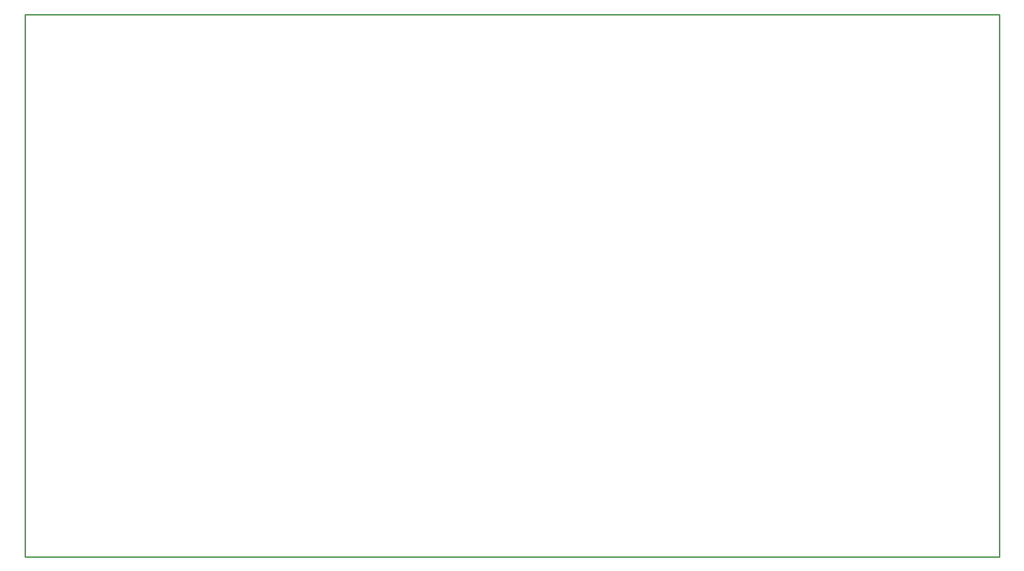
<source format=gko>
G04 Layer_Color=16711935*
%FSLAX25Y25*%
%MOIN*%
G70*
G01*
G75*
%ADD80C,0.01000*%
D80*
X0Y0D02*
Y397000D01*
X712500D01*
Y0D02*
Y397000D01*
X0Y0D02*
X712500D01*
M02*

</source>
